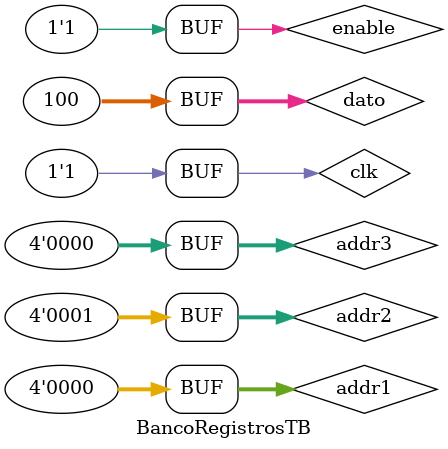
<source format=sv>
module BancoRegistrosTB();

		logic[31:0] dato;
		logic[3:0] addr1;
		logic[3:0] addr2;
		logic[3:0] addr3;
		logic[31:0] datosalida1;
		logic[31:0] datosalida2;
		logic [31:0]pc;
		logic clk;
		logic enable;

		BancoRegistros DUT (clk,enable,addr1,addr2,addr3,dato,pc,datosalida1,datosalida2);
		
		initial begin
		   clk = 1; 
			
			enable = 1;
			addr3 = 0;
			dato = 100;
			#4
			addr1 = 0;
			#4
			addr2 = 1;
	end
endmodule

</source>
